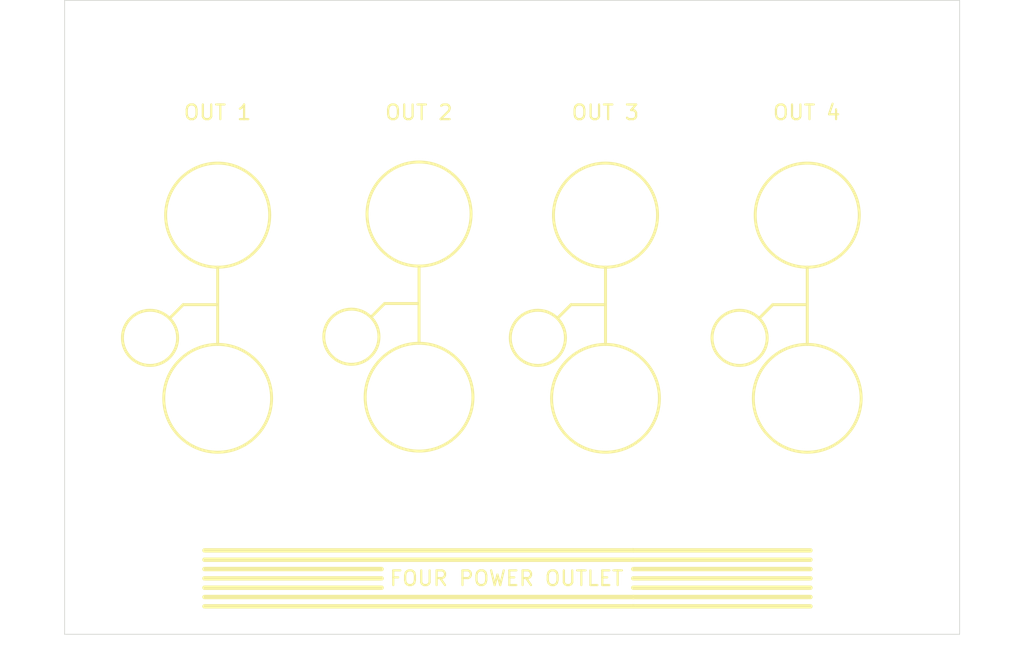
<source format=kicad_pcb>
(kicad_pcb (version 20171130) (host pcbnew "(5.1.9)-1")

  (general
    (thickness 1.6)
    (drawings 47)
    (tracks 0)
    (zones 0)
    (modules 16)
    (nets 1)
  )

  (page A4)
  (layers
    (0 F.Cu signal)
    (31 B.Cu signal)
    (32 B.Adhes user)
    (33 F.Adhes user)
    (34 B.Paste user)
    (35 F.Paste user)
    (36 B.SilkS user)
    (37 F.SilkS user)
    (38 B.Mask user)
    (39 F.Mask user)
    (40 Dwgs.User user)
    (41 Cmts.User user)
    (42 Eco1.User user)
    (43 Eco2.User user)
    (44 Edge.Cuts user)
    (45 Margin user)
    (46 B.CrtYd user)
    (47 F.CrtYd user)
    (48 B.Fab user)
    (49 F.Fab user)
  )

  (setup
    (last_trace_width 0.25)
    (trace_clearance 0.2)
    (zone_clearance 0.508)
    (zone_45_only no)
    (trace_min 0.2)
    (via_size 0.8)
    (via_drill 0.4)
    (via_min_size 0.4)
    (via_min_drill 0.3)
    (uvia_size 0.3)
    (uvia_drill 0.1)
    (uvias_allowed no)
    (uvia_min_size 0.2)
    (uvia_min_drill 0.1)
    (edge_width 0.05)
    (segment_width 0.2)
    (pcb_text_width 0.3)
    (pcb_text_size 1.5 1.5)
    (mod_edge_width 0.12)
    (mod_text_size 1 1)
    (mod_text_width 0.15)
    (pad_size 1.524 1.524)
    (pad_drill 0.762)
    (pad_to_mask_clearance 0)
    (aux_axis_origin 0 0)
    (visible_elements 7FFFFFFF)
    (pcbplotparams
      (layerselection 0x010f0_ffffffff)
      (usegerberextensions false)
      (usegerberattributes true)
      (usegerberadvancedattributes true)
      (creategerberjobfile true)
      (excludeedgelayer true)
      (linewidth 0.100000)
      (plotframeref false)
      (viasonmask false)
      (mode 1)
      (useauxorigin false)
      (hpglpennumber 1)
      (hpglpenspeed 20)
      (hpglpendiameter 15.000000)
      (psnegative false)
      (psa4output false)
      (plotreference true)
      (plotvalue true)
      (plotinvisibletext false)
      (padsonsilk false)
      (subtractmaskfromsilk false)
      (outputformat 1)
      (mirror false)
      (drillshape 0)
      (scaleselection 1)
      (outputdirectory "Four Panel Front Panel"))
  )

  (net 0 "")

  (net_class Default "This is the default net class."
    (clearance 0.2)
    (trace_width 0.25)
    (via_dia 0.8)
    (via_drill 0.4)
    (uvia_dia 0.3)
    (uvia_drill 0.1)
  )

  (module Mounting_Holes:MountingHole_6mm (layer F.Cu) (tedit 56D1B4CB) (tstamp 60383BF2)
    (at 125.73 73.055)
    (descr "Mounting Hole 6mm, no annular")
    (tags "mounting hole 6mm no annular")
    (attr virtual)
    (fp_text reference "OUT 2" (at 0 -7) (layer F.SilkS)
      (effects (font (size 1 1) (thickness 0.15)))
    )
    (fp_text value MountingHole_6mm (at 0 7) (layer F.Fab)
      (effects (font (size 1 1) (thickness 0.15)))
    )
    (fp_circle (center 0 0) (end 6.25 0) (layer F.CrtYd) (width 0.05))
    (fp_circle (center 0 0) (end 6 0) (layer Cmts.User) (width 0.15))
    (fp_text user %R (at 0.3 0) (layer F.Fab)
      (effects (font (size 1 1) (thickness 0.15)))
    )
    (pad 1 np_thru_hole circle (at 0 0) (size 6 6) (drill 6) (layers *.Cu *.Mask))
  )

  (module Mounting_Holes:MountingHole_3.2mm_M3 (layer F.Cu) (tedit 56D1B4CB) (tstamp 6038306A)
    (at 106.68 97.79)
    (descr "Mounting Hole 3.2mm, no annular, M3")
    (tags "mounting hole 3.2mm no annular m3")
    (attr virtual)
    (fp_text reference REF** (at 0 -4.2) (layer F.SilkS) hide
      (effects (font (size 1 1) (thickness 0.15)))
    )
    (fp_text value MountingHole_3.2mm_M3 (at 0 4.2) (layer F.Fab)
      (effects (font (size 1 1) (thickness 0.15)))
    )
    (fp_circle (center 0 0) (end 3.45 0) (layer F.CrtYd) (width 0.05))
    (fp_circle (center 0 0) (end 3.2 0) (layer Cmts.User) (width 0.15))
    (fp_text user %R (at 0.3 0) (layer F.Fab)
      (effects (font (size 1 1) (thickness 0.15)))
    )
    (pad 1 np_thru_hole circle (at 0 0) (size 3.2 3.2) (drill 3.2) (layers *.Cu *.Mask))
  )

  (module Mounting_Holes:MountingHole_3.2mm_M3 (layer F.Cu) (tedit 56D1B4CB) (tstamp 6038306A)
    (at 157.48 97.79)
    (descr "Mounting Hole 3.2mm, no annular, M3")
    (tags "mounting hole 3.2mm no annular m3")
    (attr virtual)
    (fp_text reference REF** (at 0 -4.2) (layer F.SilkS) hide
      (effects (font (size 1 1) (thickness 0.15)))
    )
    (fp_text value MountingHole_3.2mm_M3 (at 0 4.2) (layer F.Fab)
      (effects (font (size 1 1) (thickness 0.15)))
    )
    (fp_circle (center 0 0) (end 3.45 0) (layer F.CrtYd) (width 0.05))
    (fp_circle (center 0 0) (end 3.2 0) (layer Cmts.User) (width 0.15))
    (fp_text user %R (at 0.3 0) (layer F.Fab)
      (effects (font (size 1 1) (thickness 0.15)))
    )
    (pad 1 np_thru_hole circle (at 0 0) (size 3.2 3.2) (drill 3.2) (layers *.Cu *.Mask))
  )

  (module Mounting_Holes:MountingHole_3.2mm_M3 (layer F.Cu) (tedit 56D1B4CB) (tstamp 6038306A)
    (at 157.48 62.23)
    (descr "Mounting Hole 3.2mm, no annular, M3")
    (tags "mounting hole 3.2mm no annular m3")
    (attr virtual)
    (fp_text reference REF** (at 0 -4.2) (layer F.SilkS) hide
      (effects (font (size 1 1) (thickness 0.15)))
    )
    (fp_text value MountingHole_3.2mm_M3 (at 0 4.2) (layer F.Fab)
      (effects (font (size 1 1) (thickness 0.15)))
    )
    (fp_circle (center 0 0) (end 3.45 0) (layer F.CrtYd) (width 0.05))
    (fp_circle (center 0 0) (end 3.2 0) (layer Cmts.User) (width 0.15))
    (fp_text user %R (at 0.3 0) (layer F.Fab)
      (effects (font (size 1 1) (thickness 0.15)))
    )
    (pad 1 np_thru_hole circle (at 0 0) (size 3.2 3.2) (drill 3.2) (layers *.Cu *.Mask))
  )

  (module Mounting_Holes:MountingHole_3.2mm_M3 (layer F.Cu) (tedit 56D1B4CB) (tstamp 60383069)
    (at 106.68 62.23)
    (descr "Mounting Hole 3.2mm, no annular, M3")
    (tags "mounting hole 3.2mm no annular m3")
    (attr virtual)
    (fp_text reference REF** (at 0 -4.2) (layer F.SilkS) hide
      (effects (font (size 1 1) (thickness 0.15)))
    )
    (fp_text value MountingHole_3.2mm_M3 (at 0 4.2) (layer F.Fab)
      (effects (font (size 1 1) (thickness 0.15)))
    )
    (fp_circle (center 0 0) (end 3.45 0) (layer F.CrtYd) (width 0.05))
    (fp_circle (center 0 0) (end 3.2 0) (layer Cmts.User) (width 0.15))
    (fp_text user %R (at 0.3 0) (layer F.Fab)
      (effects (font (size 1 1) (thickness 0.15)))
    )
    (pad 1 np_thru_hole circle (at 0 0) (size 3.2 3.2) (drill 3.2) (layers *.Cu *.Mask))
  )

  (module Mounting_Holes:MountingHole_6mm (layer F.Cu) (tedit 56D1B4CB) (tstamp 60382C4D)
    (at 112.014 73.055)
    (descr "Mounting Hole 6mm, no annular")
    (tags "mounting hole 6mm no annular")
    (attr virtual)
    (fp_text reference "OUT 1" (at 0 -7) (layer F.SilkS)
      (effects (font (size 1 1) (thickness 0.15)))
    )
    (fp_text value MountingHole_6mm (at 0 7) (layer F.Fab)
      (effects (font (size 1 1) (thickness 0.15)))
    )
    (fp_circle (center 0 0) (end 6.25 0) (layer F.CrtYd) (width 0.05))
    (fp_circle (center 0 0) (end 6 0) (layer Cmts.User) (width 0.15))
    (fp_text user %R (at 0.3 0) (layer F.Fab)
      (effects (font (size 1 1) (thickness 0.15)))
    )
    (pad 1 np_thru_hole circle (at 0 0) (size 6 6) (drill 6) (layers *.Cu *.Mask))
  )

  (module Mounting_Holes:MountingHole_3mm (layer F.Cu) (tedit 56D1B4CB) (tstamp 60385C4A)
    (at 147.546 81.415)
    (descr "Mounting Hole 3mm, no annular")
    (tags "mounting hole 3mm no annular")
    (attr virtual)
    (fp_text reference REF** (at 0 -4) (layer F.SilkS) hide
      (effects (font (size 1 1) (thickness 0.15)))
    )
    (fp_text value MountingHole_3mm (at 0 4) (layer F.Fab)
      (effects (font (size 1 1) (thickness 0.15)))
    )
    (fp_circle (center 0 0) (end 3.25 0) (layer F.CrtYd) (width 0.05))
    (fp_circle (center 0 0) (end 3 0) (layer Cmts.User) (width 0.15))
    (fp_text user %R (at 0.3 0) (layer F.Fab)
      (effects (font (size 1 1) (thickness 0.15)))
    )
    (pad 1 np_thru_hole circle (at 0 0) (size 3 3) (drill 3) (layers *.Cu *.Mask))
  )

  (module Mounting_Holes:MountingHole_3mm (layer F.Cu) (tedit 56D1B4CB) (tstamp 60385C4A)
    (at 133.83 81.415)
    (descr "Mounting Hole 3mm, no annular")
    (tags "mounting hole 3mm no annular")
    (attr virtual)
    (fp_text reference REF** (at 0 -4) (layer F.SilkS) hide
      (effects (font (size 1 1) (thickness 0.15)))
    )
    (fp_text value MountingHole_3mm (at 0 4) (layer F.Fab)
      (effects (font (size 1 1) (thickness 0.15)))
    )
    (fp_circle (center 0 0) (end 3.25 0) (layer F.CrtYd) (width 0.05))
    (fp_circle (center 0 0) (end 3 0) (layer Cmts.User) (width 0.15))
    (fp_text user %R (at 0.3 0) (layer F.Fab)
      (effects (font (size 1 1) (thickness 0.15)))
    )
    (pad 1 np_thru_hole circle (at 0 0) (size 3 3) (drill 3) (layers *.Cu *.Mask))
  )

  (module Mounting_Holes:MountingHole_3mm (layer F.Cu) (tedit 56D1B4CB) (tstamp 60385C4A)
    (at 107.414 81.415)
    (descr "Mounting Hole 3mm, no annular")
    (tags "mounting hole 3mm no annular")
    (attr virtual)
    (fp_text reference REF** (at 0 -4) (layer F.SilkS) hide
      (effects (font (size 1 1) (thickness 0.15)))
    )
    (fp_text value MountingHole_3mm (at 0 4) (layer F.Fab)
      (effects (font (size 1 1) (thickness 0.15)))
    )
    (fp_circle (center 0 0) (end 3.25 0) (layer F.CrtYd) (width 0.05))
    (fp_circle (center 0 0) (end 3 0) (layer Cmts.User) (width 0.15))
    (fp_text user %R (at 0.3 0) (layer F.Fab)
      (effects (font (size 1 1) (thickness 0.15)))
    )
    (pad 1 np_thru_hole circle (at 0 0) (size 3 3) (drill 3) (layers *.Cu *.Mask))
  )

  (module Mounting_Holes:MountingHole_6.4mm_M6 (layer F.Cu) (tedit 56D1B4CB) (tstamp 60385C1F)
    (at 152.146 85.515)
    (descr "Mounting Hole 6.4mm, no annular, M6")
    (tags "mounting hole 6.4mm no annular m6")
    (attr virtual)
    (fp_text reference REF** (at 0 -7.4) (layer F.SilkS) hide
      (effects (font (size 1 1) (thickness 0.15)))
    )
    (fp_text value MountingHole_6.4mm_M6 (at 0 7.4) (layer F.Fab)
      (effects (font (size 1 1) (thickness 0.15)))
    )
    (fp_circle (center 0 0) (end 6.65 0) (layer F.CrtYd) (width 0.05))
    (fp_circle (center 0 0) (end 6.4 0) (layer Cmts.User) (width 0.15))
    (fp_text user %R (at 0.3 0) (layer F.Fab)
      (effects (font (size 1 1) (thickness 0.15)))
    )
    (pad 1 np_thru_hole circle (at 0 0) (size 6.4 6.4) (drill 6.4) (layers *.Cu *.Mask))
  )

  (module Mounting_Holes:MountingHole_6.4mm_M6 (layer F.Cu) (tedit 56D1B4CB) (tstamp 60383015)
    (at 138.43 85.515)
    (descr "Mounting Hole 6.4mm, no annular, M6")
    (tags "mounting hole 6.4mm no annular m6")
    (attr virtual)
    (fp_text reference REF** (at 0 -7.4) (layer F.SilkS) hide
      (effects (font (size 1 1) (thickness 0.15)))
    )
    (fp_text value MountingHole_6.4mm_M6 (at 0 7.4) (layer F.Fab)
      (effects (font (size 1 1) (thickness 0.15)))
    )
    (fp_circle (center 0 0) (end 6.65 0) (layer F.CrtYd) (width 0.05))
    (fp_circle (center 0 0) (end 6.4 0) (layer Cmts.User) (width 0.15))
    (fp_text user %R (at 0.3 0) (layer F.Fab)
      (effects (font (size 1 1) (thickness 0.15)))
    )
    (pad 1 np_thru_hole circle (at 0 0) (size 6.4 6.4) (drill 6.4) (layers *.Cu *.Mask))
  )

  (module Mounting_Holes:MountingHole_3mm (layer F.Cu) (tedit 56D1B4CB) (tstamp 6038341B)
    (at 121.13 81.415)
    (descr "Mounting Hole 3mm, no annular")
    (tags "mounting hole 3mm no annular")
    (attr virtual)
    (fp_text reference REF** (at 0 -4) (layer F.SilkS) hide
      (effects (font (size 1 1) (thickness 0.15)))
    )
    (fp_text value MountingHole_3mm (at 0 4) (layer F.Fab)
      (effects (font (size 1 1) (thickness 0.15)))
    )
    (fp_circle (center 0 0) (end 3.25 0) (layer F.CrtYd) (width 0.05))
    (fp_circle (center 0 0) (end 3 0) (layer Cmts.User) (width 0.15))
    (fp_text user %R (at 13.716 0) (layer F.Fab)
      (effects (font (size 1 1) (thickness 0.15)))
    )
    (pad 1 np_thru_hole circle (at 0 0) (size 3 3) (drill 3) (layers *.Cu *.Mask))
  )

  (module Mounting_Holes:MountingHole_6.4mm_M6 (layer F.Cu) (tedit 56D1B4CB) (tstamp 60382FE7)
    (at 112.014 85.515)
    (descr "Mounting Hole 6.4mm, no annular, M6")
    (tags "mounting hole 6.4mm no annular m6")
    (attr virtual)
    (fp_text reference REF** (at 0 -7.4) (layer F.SilkS) hide
      (effects (font (size 1 1) (thickness 0.15)))
    )
    (fp_text value MountingHole_6.4mm_M6 (at 0 7.4) (layer F.Fab)
      (effects (font (size 1 1) (thickness 0.15)))
    )
    (fp_circle (center 0 0) (end 6.65 0) (layer F.CrtYd) (width 0.05))
    (fp_circle (center 0 0) (end 6.4 0) (layer Cmts.User) (width 0.15))
    (fp_text user %R (at 0.3 0) (layer F.Fab)
      (effects (font (size 1 1) (thickness 0.15)))
    )
    (pad 1 np_thru_hole circle (at 0 0) (size 6.4 6.4) (drill 6.4) (layers *.Cu *.Mask))
  )

  (module Mounting_Holes:MountingHole_6mm (layer F.Cu) (tedit 56D1B4CB) (tstamp 60385B96)
    (at 152.146 73.055)
    (descr "Mounting Hole 6mm, no annular")
    (tags "mounting hole 6mm no annular")
    (attr virtual)
    (fp_text reference "OUT 4" (at 0 -7) (layer F.SilkS)
      (effects (font (size 1 1) (thickness 0.15)))
    )
    (fp_text value MountingHole_6mm (at 0 7) (layer F.Fab)
      (effects (font (size 1 1) (thickness 0.15)))
    )
    (fp_circle (center 0 0) (end 6.25 0) (layer F.CrtYd) (width 0.05))
    (fp_circle (center 0 0) (end 6 0) (layer Cmts.User) (width 0.15))
    (fp_text user %R (at 0.3 0) (layer F.Fab)
      (effects (font (size 1 1) (thickness 0.15)))
    )
    (pad 1 np_thru_hole circle (at 0 0) (size 6 6) (drill 6) (layers *.Cu *.Mask))
  )

  (module Mounting_Holes:MountingHole_6mm (layer F.Cu) (tedit 56D1B4CB) (tstamp 60385B96)
    (at 138.43 73.055)
    (descr "Mounting Hole 6mm, no annular")
    (tags "mounting hole 6mm no annular")
    (attr virtual)
    (fp_text reference "OUT 3" (at 0 -7) (layer F.SilkS)
      (effects (font (size 1 1) (thickness 0.15)))
    )
    (fp_text value MountingHole_6mm (at 0 7) (layer F.Fab)
      (effects (font (size 1 1) (thickness 0.15)))
    )
    (fp_circle (center 0 0) (end 6.25 0) (layer F.CrtYd) (width 0.05))
    (fp_circle (center 0 0) (end 6 0) (layer Cmts.User) (width 0.15))
    (fp_text user %R (at 0.3 0) (layer F.Fab)
      (effects (font (size 1 1) (thickness 0.15)))
    )
    (pad 1 np_thru_hole circle (at 0 0) (size 6 6) (drill 6) (layers *.Cu *.Mask))
  )

  (module Mounting_Holes:MountingHole_6mm (layer F.Cu) (tedit 56D1B4CB) (tstamp 60383B27)
    (at 125.73 85.515)
    (descr "Mounting Hole 6mm, no annular")
    (tags "mounting hole 6mm no annular")
    (attr virtual)
    (fp_text reference "OUT 2" (at 3.81 -6.775) (layer F.SilkS) hide
      (effects (font (size 1 1) (thickness 0.15)))
    )
    (fp_text value MountingHole_6mm (at 0 7) (layer F.Fab)
      (effects (font (size 1 1) (thickness 0.15)))
    )
    (fp_circle (center 0 0) (end 6.25 0) (layer F.CrtYd) (width 0.05))
    (fp_circle (center 0 0) (end 6 0) (layer Cmts.User) (width 0.15))
    (fp_text user %R (at 0.3 0) (layer F.Fab)
      (effects (font (size 1 1) (thickness 0.15)))
    )
    (pad 1 np_thru_hole circle (at 0 0) (size 6 6) (drill 6) (layers *.Cu *.Mask))
  )

  (gr_line (start 140.335 97.79) (end 152.4 97.79) (layer F.SilkS) (width 0.3) (tstamp 603ECC6B))
  (gr_line (start 140.335 97.155) (end 152.4 97.155) (layer F.SilkS) (width 0.3) (tstamp 603ECC56))
  (gr_line (start 140.335 98.425) (end 152.4 98.425) (layer F.SilkS) (width 0.3) (tstamp 603ECC59))
  (gr_line (start 140.335 99.06) (end 152.4 99.06) (layer F.SilkS) (width 0.3) (tstamp 603ECC65))
  (gr_line (start 140.335 95.885) (end 152.4 95.885) (layer F.SilkS) (width 0.3) (tstamp 603ECC68))
  (gr_line (start 140.335 96.52) (end 152.4 96.52) (layer F.SilkS) (width 0.3) (tstamp 603ECC47))
  (gr_line (start 140.335 99.695) (end 152.4 99.695) (layer F.SilkS) (width 0.3) (tstamp 603ECC5F))
  (gr_line (start 111.125 98.425) (end 123.19 98.425) (layer F.SilkS) (width 0.3) (tstamp 603ECC41))
  (gr_line (start 111.125 97.79) (end 123.19 97.79) (layer F.SilkS) (width 0.3) (tstamp 603ECC53))
  (gr_line (start 111.125 99.06) (end 140.335 99.06) (layer F.SilkS) (width 0.3) (tstamp 603ECC4A))
  (gr_line (start 111.125 97.155) (end 123.19 97.155) (layer F.SilkS) (width 0.3) (tstamp 603ECC4D))
  (gr_line (start 111.125 95.885) (end 140.335 95.885) (layer F.SilkS) (width 0.3) (tstamp 603ECC44))
  (gr_line (start 111.125 96.52) (end 140.335 96.52) (layer F.SilkS) (width 0.3) (tstamp 603ECC50))
  (gr_line (start 111.125 99.695) (end 140.335 99.695) (layer F.SilkS) (width 0.3) (tstamp 603ECC5C))
  (gr_line (start 149.8346 79.1464) (end 152.1714 79.1464) (layer F.SilkS) (width 0.2) (tstamp 60383AE2))
  (gr_line (start 152.1824 81.852999) (end 152.1824 76.595) (layer F.SilkS) (width 0.2) (tstamp 60383AE1))
  (gr_circle (center 152.1824 73.05) (end 155.7274 73.05) (layer F.SilkS) (width 0.2) (tstamp 60383AE0))
  (gr_circle (center 147.574 81.407) (end 149.453772 81.407) (layer F.SilkS) (width 0.2) (tstamp 60383ADF))
  (gr_circle (center 152.1824 85.525) (end 155.8544 85.5218) (layer F.SilkS) (width 0.2) (tstamp 60383ADE))
  (gr_line (start 148.9202 80.0608) (end 149.8346 79.1464) (layer F.SilkS) (width 0.2) (tstamp 60383ADD))
  (gr_circle (center 138.441 73.05) (end 141.986 73.05) (layer F.SilkS) (width 0.2) (tstamp 60383AD6))
  (gr_line (start 135.1788 80.0608) (end 136.0932 79.1464) (layer F.SilkS) (width 0.2) (tstamp 60383AD5))
  (gr_line (start 136.0932 79.1464) (end 138.43 79.1464) (layer F.SilkS) (width 0.2) (tstamp 60383AD4))
  (gr_circle (center 138.441 85.525) (end 142.113 85.5218) (layer F.SilkS) (width 0.2) (tstamp 60383AD3))
  (gr_line (start 138.441 81.852999) (end 138.441 76.595) (layer F.SilkS) (width 0.2) (tstamp 60383AD2))
  (gr_circle (center 133.8326 81.407) (end 135.712372 81.407) (layer F.SilkS) (width 0.2) (tstamp 60383AD1))
  (gr_circle (center 125.741 72.9738) (end 129.286 72.9738) (layer F.SilkS) (width 0.2) (tstamp 603838F5))
  (gr_line (start 122.4788 79.9846) (end 123.3932 79.0702) (layer F.SilkS) (width 0.2) (tstamp 603838F4))
  (gr_line (start 123.3932 79.0702) (end 125.73 79.0702) (layer F.SilkS) (width 0.2) (tstamp 603838F3))
  (gr_circle (center 125.741 85.4488) (end 129.413 85.4456) (layer F.SilkS) (width 0.2) (tstamp 603838F2))
  (gr_line (start 125.741 81.776799) (end 125.741 76.5188) (layer F.SilkS) (width 0.2) (tstamp 603838F1))
  (gr_circle (center 121.1326 81.3308) (end 123.012372 81.3308) (layer F.SilkS) (width 0.2) (tstamp 603838F0))
  (gr_line (start 109.6772 79.1464) (end 112.014 79.1464) (layer F.SilkS) (width 0.2))
  (gr_line (start 108.7628 80.0608) (end 109.6772 79.1464) (layer F.SilkS) (width 0.2))
  (gr_circle (center 107.4166 81.407) (end 109.296372 81.407) (layer F.SilkS) (width 0.2))
  (gr_line (start 112.025 81.852999) (end 112.025 76.595) (layer F.SilkS) (width 0.2) (tstamp 6038380D))
  (gr_circle (center 112.025 85.525) (end 115.697 85.5218) (layer F.SilkS) (width 0.2))
  (gr_circle (center 112.025 73.05) (end 115.57 73.05) (layer F.SilkS) (width 0.2))
  (gr_text "FOUR POWER OUTLET \n" (at 132.08 97.79) (layer F.SilkS) (tstamp 603ECC71)
    (effects (font (size 1 1) (thickness 0.15)))
  )
  (gr_line (start 160.02 95.25) (end 160.02 64.77) (layer Dwgs.User) (width 0.05) (tstamp 60382F0D))
  (gr_line (start 104.14 64.77) (end 104.14 95.25) (layer Dwgs.User) (width 0.05))
  (gr_line (start 165.1 93.98) (end 99.06 93.98) (layer Dwgs.User) (width 0.05) (tstamp 60385B6F))
  (gr_line (start 99.06 66.04) (end 165.1 66.04) (layer Dwgs.User) (width 0.05))
  (gr_line (start 162.56 101.6) (end 101.6 101.6) (layer Edge.Cuts) (width 0.05) (tstamp 60385B6E))
  (gr_line (start 162.56 58.42) (end 162.56 101.6) (layer Edge.Cuts) (width 0.05))
  (gr_line (start 101.6 58.42) (end 162.56 58.42) (layer Edge.Cuts) (width 0.05))
  (gr_line (start 101.6 101.6) (end 101.6 58.42) (layer Edge.Cuts) (width 0.05))

)

</source>
